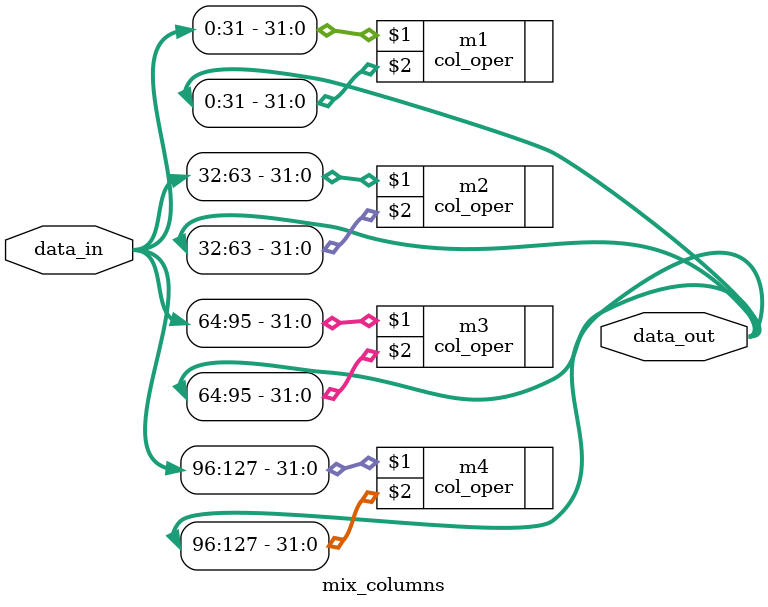
<source format=v>

module mix_columns(data_in,data_out);

input [0:127] data_in;
output [0:127] data_out;


    col_oper m1(data_in[0:31], data_out[0:31]);
    col_oper m2(data_in[32:63], data_out[32:63]);
    col_oper m3(data_in[64:95], data_out[64:95]);
    col_oper m4(data_in[96:127], data_out[96:127]);


endmodule


</source>
